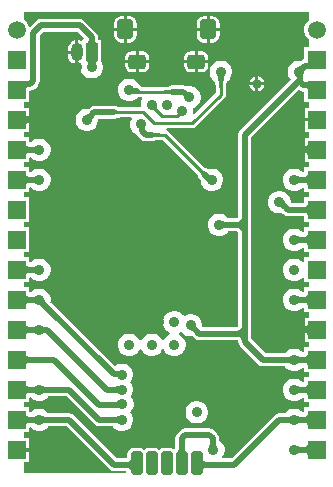
<source format=gbl>
G04*
G04 #@! TF.GenerationSoftware,Altium Limited,Altium Designer,21.2.2 (38)*
G04*
G04 Layer_Physical_Order=2*
G04 Layer_Color=16711680*
%FSLAX25Y25*%
%MOIN*%
G70*
G04*
G04 #@! TF.SameCoordinates,0000E620-6A5C-4488-86E2-F855693774CC*
G04*
G04*
G04 #@! TF.FilePolarity,Positive*
G04*
G01*
G75*
%ADD12C,0.00984*%
%ADD18C,0.03150*%
G04:AMPARAMS|DCode=32|XSize=39.37mil|YSize=78.74mil|CornerRadius=9.84mil|HoleSize=0mil|Usage=FLASHONLY|Rotation=0.000|XOffset=0mil|YOffset=0mil|HoleType=Round|Shape=RoundedRectangle|*
%AMROUNDEDRECTD32*
21,1,0.03937,0.05906,0,0,0.0*
21,1,0.01968,0.07874,0,0,0.0*
1,1,0.01968,0.00984,-0.02953*
1,1,0.01968,-0.00984,-0.02953*
1,1,0.01968,-0.00984,0.02953*
1,1,0.01968,0.00984,0.02953*
%
%ADD32ROUNDEDRECTD32*%
%ADD72C,0.01968*%
%ADD73C,0.05906*%
%ADD74R,0.05906X0.05906*%
%ADD75R,0.05906X0.05906*%
%ADD76O,0.03937X0.06063*%
%ADD77R,0.03937X0.06000*%
G04:AMPARAMS|DCode=78|XSize=66.93mil|YSize=55.12mil|CornerRadius=13.78mil|HoleSize=0mil|Usage=FLASHONLY|Rotation=270.000|XOffset=0mil|YOffset=0mil|HoleType=Round|Shape=RoundedRectangle|*
%AMROUNDEDRECTD78*
21,1,0.06693,0.02756,0,0,270.0*
21,1,0.03937,0.05512,0,0,270.0*
1,1,0.02756,-0.01378,-0.01968*
1,1,0.02756,-0.01378,0.01968*
1,1,0.02756,0.01378,0.01968*
1,1,0.02756,0.01378,-0.01968*
%
%ADD78ROUNDEDRECTD78*%
G04:AMPARAMS|DCode=79|XSize=60mil|YSize=49.21mil|CornerRadius=12.3mil|HoleSize=0mil|Usage=FLASHONLY|Rotation=180.000|XOffset=0mil|YOffset=0mil|HoleType=Round|Shape=RoundedRectangle|*
%AMROUNDEDRECTD79*
21,1,0.06000,0.02461,0,0,180.0*
21,1,0.03539,0.04921,0,0,180.0*
1,1,0.02461,-0.01770,0.01230*
1,1,0.02461,0.01770,0.01230*
1,1,0.02461,0.01770,-0.01230*
1,1,0.02461,-0.01770,-0.01230*
%
%ADD79ROUNDEDRECTD79*%
%ADD80C,0.03543*%
G36*
X47500Y133330D02*
X47462Y133308D01*
X46692Y132538D01*
X46148Y131596D01*
X45866Y130544D01*
Y129456D01*
X46148Y128404D01*
X46692Y127462D01*
X47462Y126692D01*
X47500Y126670D01*
Y124134D01*
X45866D01*
Y120206D01*
X45187Y120071D01*
X44634Y119702D01*
X44492Y119740D01*
X43508D01*
X42556Y119485D01*
X41704Y118993D01*
X41007Y118297D01*
X40515Y117444D01*
X40260Y116492D01*
Y115508D01*
X40515Y114556D01*
X41007Y113704D01*
X41294Y113417D01*
X38439Y110561D01*
X38439Y110561D01*
X24439Y96561D01*
X23960Y95845D01*
X23792Y95000D01*
Y67686D01*
X23766Y67541D01*
X23729Y67428D01*
X23695Y67366D01*
X23668Y67332D01*
X23634Y67305D01*
X23572Y67271D01*
X23459Y67234D01*
X23313Y67208D01*
X20544D01*
X20493Y67296D01*
X19796Y67993D01*
X18944Y68485D01*
X17992Y68740D01*
X17008D01*
X16056Y68485D01*
X15203Y67993D01*
X14507Y67296D01*
X14015Y66444D01*
X13760Y65492D01*
Y64508D01*
X14015Y63556D01*
X14507Y62704D01*
X15203Y62007D01*
X16056Y61515D01*
X17008Y61260D01*
X17992D01*
X18944Y61515D01*
X19796Y62007D01*
X20493Y62704D01*
X20544Y62792D01*
X23313D01*
X23459Y62766D01*
X23572Y62729D01*
X23634Y62695D01*
X23668Y62668D01*
X23695Y62634D01*
X23729Y62572D01*
X23766Y62459D01*
X23792Y62313D01*
Y31379D01*
X23766Y31234D01*
X23729Y31121D01*
X23695Y31059D01*
X23668Y31025D01*
X23634Y30997D01*
X23572Y30964D01*
X23459Y30926D01*
X23314Y30901D01*
X12220D01*
X11740Y31008D01*
Y31992D01*
X11485Y32944D01*
X10993Y33797D01*
X10296Y34493D01*
X9444Y34985D01*
X8492Y35240D01*
X7508D01*
X6556Y34985D01*
X6110Y34728D01*
X5493Y34797D01*
X4797Y35493D01*
X3944Y35985D01*
X2992Y36240D01*
X2008D01*
X1056Y35985D01*
X203Y35493D01*
X-493Y34797D01*
X-985Y33944D01*
X-1240Y32992D01*
Y32008D01*
X-985Y31056D01*
X-493Y30204D01*
X203Y29507D01*
X1056Y29015D01*
X1078Y29009D01*
Y28491D01*
X1056Y28485D01*
X203Y27993D01*
X-493Y27297D01*
X-985Y26444D01*
X-991Y26422D01*
X-1509D01*
X-1515Y26444D01*
X-2007Y27297D01*
X-2703Y27993D01*
X-3556Y28485D01*
X-4508Y28740D01*
X-5492D01*
X-6444Y28485D01*
X-7297Y27993D01*
X-7993Y27297D01*
X-8485Y26444D01*
X-8491Y26422D01*
X-9009D01*
X-9015Y26444D01*
X-9507Y27297D01*
X-10204Y27993D01*
X-11056Y28485D01*
X-12008Y28740D01*
X-12992D01*
X-13944Y28485D01*
X-14796Y27993D01*
X-15493Y27297D01*
X-15985Y26444D01*
X-16240Y25492D01*
Y24508D01*
X-15985Y23556D01*
X-15493Y22704D01*
X-14796Y22007D01*
X-13944Y21515D01*
X-12992Y21260D01*
X-12008D01*
X-11056Y21515D01*
X-10204Y22007D01*
X-9507Y22704D01*
X-9015Y23556D01*
X-9009Y23578D01*
X-8491D01*
X-8485Y23556D01*
X-7993Y22704D01*
X-7297Y22007D01*
X-6444Y21515D01*
X-5492Y21260D01*
X-4508D01*
X-3556Y21515D01*
X-2703Y22007D01*
X-2007Y22704D01*
X-1515Y23556D01*
X-1509Y23578D01*
X-991D01*
X-985Y23556D01*
X-493Y22704D01*
X203Y22007D01*
X1056Y21515D01*
X2008Y21260D01*
X2992D01*
X3944Y21515D01*
X4797Y22007D01*
X5493Y22704D01*
X5985Y23556D01*
X6240Y24508D01*
Y25492D01*
X5985Y26444D01*
X5493Y27297D01*
X4797Y27993D01*
X3944Y28485D01*
X3921Y28491D01*
Y29009D01*
X3944Y29015D01*
X4390Y29272D01*
X5007Y29204D01*
X5703Y28507D01*
X6556Y28015D01*
X7508Y27760D01*
X8492D01*
X8591Y27786D01*
X9246Y27132D01*
X9962Y26653D01*
X10807Y26485D01*
X23344D01*
X23496Y26462D01*
X23626Y26424D01*
X23699Y26390D01*
X23729Y26369D01*
X23741Y26356D01*
X23755Y26333D01*
X23777Y26277D01*
X23792Y26201D01*
Y26000D01*
X23826Y25828D01*
X23826Y25815D01*
X23833Y25796D01*
X23960Y25155D01*
X24439Y24439D01*
X30439Y18439D01*
X31155Y17960D01*
X32000Y17792D01*
X39456D01*
X39507Y17704D01*
X40203Y17007D01*
X41056Y16515D01*
X42008Y16260D01*
X42992D01*
X43944Y16515D01*
X44796Y17007D01*
X45366Y17577D01*
X45866Y17398D01*
Y15866D01*
X47500D01*
Y14134D01*
X45866D01*
Y12602D01*
X45366Y12423D01*
X44796Y12993D01*
X43944Y13485D01*
X42992Y13740D01*
X42008D01*
X41056Y13485D01*
X40203Y12993D01*
X39507Y12297D01*
X39015Y11444D01*
X38760Y10492D01*
Y9508D01*
X39015Y8556D01*
X39507Y7704D01*
X40203Y7007D01*
X41056Y6515D01*
X42008Y6260D01*
X42992D01*
X43944Y6515D01*
X44796Y7007D01*
X45366Y7577D01*
X45866Y7398D01*
Y5866D01*
X47500D01*
Y4134D01*
X45866D01*
Y2602D01*
X45366Y2423D01*
X44796Y2993D01*
X43944Y3485D01*
X42992Y3740D01*
X42008D01*
X41056Y3485D01*
X40203Y2993D01*
X39507Y2296D01*
X39456Y2208D01*
X37500D01*
X36655Y2040D01*
X35939Y1561D01*
X21586Y-12792D01*
X18650D01*
X18459Y-12330D01*
X18493Y-12297D01*
X18985Y-11444D01*
X19240Y-10492D01*
Y-9508D01*
X18985Y-8556D01*
X18493Y-7704D01*
X17797Y-7007D01*
X17483Y-6826D01*
Y-6153D01*
X17315Y-5308D01*
X16837Y-4592D01*
X15684Y-3439D01*
X14967Y-2960D01*
X14122Y-2792D01*
X6153D01*
X5308Y-2960D01*
X4592Y-3439D01*
X3439Y-4592D01*
X2960Y-5308D01*
X2792Y-6153D01*
Y-9078D01*
X2788Y-9139D01*
X2761Y-9362D01*
X2728Y-9545D01*
X2340Y-9730D01*
X2238Y-9742D01*
X2171Y-9735D01*
X2168Y-9734D01*
X1829Y-9507D01*
X984Y-9340D01*
X-984D01*
X-1829Y-9507D01*
X-2500Y-9956D01*
X-3171Y-9507D01*
X-4016Y-9340D01*
X-5984D01*
X-6829Y-9507D01*
X-7500Y-9956D01*
X-8171Y-9507D01*
X-9016Y-9340D01*
X-10984D01*
X-11829Y-9507D01*
X-12545Y-9986D01*
X-13024Y-10702D01*
X-13192Y-11547D01*
Y-12749D01*
X-13382Y-12781D01*
X-13513Y-12792D01*
X-16586D01*
X-30939Y1561D01*
X-31655Y2040D01*
X-32500Y2208D01*
X-39456D01*
X-39507Y2296D01*
X-40203Y2993D01*
X-41056Y3485D01*
X-42008Y3740D01*
X-42992D01*
X-43944Y3485D01*
X-44796Y2993D01*
X-45366Y2423D01*
X-45866Y2602D01*
Y4134D01*
X-47500D01*
Y5866D01*
X-45866D01*
Y7398D01*
X-45366Y7577D01*
X-44796Y7007D01*
X-43944Y6515D01*
X-42992Y6260D01*
X-42008D01*
X-41056Y6515D01*
X-40203Y7007D01*
X-39507Y7704D01*
X-39456Y7792D01*
X-33415D01*
X-24061Y-1561D01*
X-23345Y-2040D01*
X-22500Y-2208D01*
X-18044D01*
X-17993Y-2296D01*
X-17297Y-2993D01*
X-16444Y-3485D01*
X-15492Y-3740D01*
X-14508D01*
X-13556Y-3485D01*
X-12704Y-2993D01*
X-12007Y-2296D01*
X-11515Y-1444D01*
X-11260Y-492D01*
Y492D01*
X-11515Y1444D01*
X-12007Y2296D01*
X-12229Y2519D01*
X-11828Y2920D01*
X-11336Y3773D01*
X-11081Y4724D01*
Y5709D01*
X-11336Y6660D01*
X-11828Y7513D01*
X-12076Y7760D01*
X-12070Y7766D01*
X-11577Y8619D01*
X-11322Y9570D01*
Y10555D01*
X-11577Y11506D01*
X-12070Y12359D01*
X-12211Y12500D01*
X-12007Y12704D01*
X-11515Y13556D01*
X-11260Y14508D01*
Y15492D01*
X-11515Y16444D01*
X-12007Y17297D01*
X-12704Y17993D01*
X-13556Y18485D01*
X-14508Y18740D01*
X-15492D01*
X-16444Y18485D01*
X-17297Y17993D01*
X-17334Y17956D01*
X-38786Y39409D01*
X-38760Y39508D01*
Y40492D01*
X-39015Y41444D01*
X-39507Y42296D01*
X-40203Y42993D01*
X-41056Y43485D01*
X-42008Y43740D01*
X-42992D01*
X-43944Y43485D01*
X-44796Y42993D01*
X-45366Y42423D01*
X-45866Y42602D01*
Y44134D01*
X-47500D01*
Y45866D01*
X-45866D01*
Y47398D01*
X-45366Y47577D01*
X-44796Y47007D01*
X-43944Y46515D01*
X-42992Y46260D01*
X-42008D01*
X-41056Y46515D01*
X-40203Y47007D01*
X-39507Y47703D01*
X-39015Y48556D01*
X-38760Y49508D01*
Y50492D01*
X-39015Y51444D01*
X-39507Y52297D01*
X-40203Y52993D01*
X-41056Y53485D01*
X-42008Y53740D01*
X-42992D01*
X-43944Y53485D01*
X-44796Y52993D01*
X-45366Y52423D01*
X-45866Y52602D01*
Y54134D01*
X-47500D01*
Y55866D01*
X-45866D01*
Y64134D01*
X-47500D01*
Y65866D01*
X-45866D01*
Y74134D01*
X-47500D01*
Y75866D01*
X-45866D01*
Y77398D01*
X-45366Y77577D01*
X-44796Y77007D01*
X-43944Y76515D01*
X-42992Y76260D01*
X-42008D01*
X-41056Y76515D01*
X-40203Y77007D01*
X-39507Y77703D01*
X-39015Y78556D01*
X-38760Y79508D01*
Y80492D01*
X-39015Y81444D01*
X-39507Y82297D01*
X-40203Y82993D01*
X-41056Y83485D01*
X-42008Y83740D01*
X-42992D01*
X-43944Y83485D01*
X-44796Y82993D01*
X-45366Y82423D01*
X-45866Y82602D01*
Y84134D01*
X-47500D01*
Y85866D01*
X-45866D01*
Y87398D01*
X-45366Y87577D01*
X-44796Y87007D01*
X-43944Y86515D01*
X-42992Y86260D01*
X-42008D01*
X-41056Y86515D01*
X-40203Y87007D01*
X-39507Y87704D01*
X-39015Y88556D01*
X-38760Y89508D01*
Y90492D01*
X-39015Y91444D01*
X-39507Y92296D01*
X-40203Y92993D01*
X-41056Y93485D01*
X-42008Y93740D01*
X-42992D01*
X-43944Y93485D01*
X-44796Y92993D01*
X-45366Y92423D01*
X-45866Y92602D01*
Y94134D01*
X-47500D01*
Y96047D01*
X-46047D01*
Y98936D01*
X-46101Y98927D01*
X-46358Y98858D01*
X-46576Y98770D01*
X-46754Y98661D01*
X-46893Y98533D01*
X-46992Y98386D01*
X-47051Y98219D01*
X-47071Y98032D01*
Y99500D01*
X-50000D01*
Y100500D01*
X-47071D01*
Y101969D01*
X-47051Y101781D01*
X-46992Y101614D01*
X-46893Y101467D01*
X-46754Y101339D01*
X-46576Y101230D01*
X-46358Y101142D01*
X-46101Y101073D01*
X-46047Y101064D01*
Y103953D01*
X-47500D01*
Y105866D01*
X-45866D01*
Y109590D01*
X-45653D01*
X-44808Y109758D01*
X-44092Y110236D01*
X-42939Y111390D01*
X-42460Y112106D01*
X-42292Y112951D01*
Y128085D01*
X-41085Y129292D01*
X-29915D01*
X-27765Y127143D01*
X-27957Y126681D01*
X-28189D01*
Y126535D01*
X-28689Y126249D01*
X-29186Y126455D01*
X-29461Y126491D01*
Y122500D01*
Y118509D01*
X-29186Y118545D01*
X-29040Y118605D01*
X-28664Y118275D01*
X-28740Y117992D01*
Y117008D01*
X-28485Y116056D01*
X-27993Y115203D01*
X-27297Y114507D01*
X-26444Y114015D01*
X-25492Y113760D01*
X-24508D01*
X-23556Y114015D01*
X-22704Y114507D01*
X-22007Y115203D01*
X-21515Y116056D01*
X-21260Y117008D01*
Y117992D01*
X-21515Y118944D01*
X-21890Y119593D01*
Y119596D01*
X-21886Y119642D01*
X-21890Y119655D01*
Y125343D01*
X-21886Y125355D01*
X-21890Y125399D01*
Y125435D01*
X-21879Y125492D01*
X-21890Y125547D01*
Y126681D01*
X-22747D01*
X-22751Y126696D01*
X-22782Y126892D01*
X-22792Y127014D01*
Y127500D01*
X-22960Y128345D01*
X-23439Y129061D01*
X-27439Y133061D01*
X-28155Y133540D01*
X-29000Y133708D01*
X-42000D01*
X-42845Y133540D01*
X-43561Y133061D01*
X-45557Y131065D01*
X-46040Y131194D01*
X-46148Y131596D01*
X-46692Y132538D01*
X-47462Y133308D01*
X-47500Y133330D01*
Y135989D01*
X47500D01*
Y133330D01*
D02*
G37*
G36*
X-24006Y127083D02*
X-23978Y126748D01*
X-23932Y126453D01*
X-23866Y126197D01*
X-23783Y125980D01*
X-23680Y125803D01*
X-23559Y125665D01*
X-23419Y125567D01*
X-23260Y125508D01*
X-23083Y125488D01*
X-26969Y125476D01*
X-26781Y125496D01*
X-26614Y125556D01*
X-26467Y125655D01*
X-26339Y125794D01*
X-26230Y125973D01*
X-26142Y126190D01*
X-26073Y126448D01*
X-26024Y126744D01*
X-25994Y127081D01*
X-25984Y127456D01*
X-24016D01*
X-24006Y127083D01*
D02*
G37*
G36*
X47059Y117059D02*
X46445Y117052D01*
X46352Y116957D01*
X46028Y116578D01*
X45949Y116467D01*
X45885Y116362D01*
X45835Y116265D01*
X45799Y116176D01*
X45778Y116093D01*
X45772Y116018D01*
X44018Y117772D01*
X44093Y117778D01*
X44176Y117799D01*
X44265Y117835D01*
X44363Y117885D01*
X44467Y117949D01*
X44578Y118028D01*
X44823Y118230D01*
X44957Y118352D01*
X45097Y118489D01*
X46031Y117555D01*
Y119016D01*
X47071Y119059D01*
X47059Y117059D01*
D02*
G37*
G36*
X-24033Y119853D02*
X-24006Y119512D01*
X-23083D01*
X-23264Y119492D01*
X-23426Y119433D01*
X-23569Y119335D01*
X-23693Y119197D01*
X-23797Y119020D01*
X-23852Y118883D01*
X-23824Y118837D01*
X-23774Y118779D01*
X-23890Y118778D01*
X-23950Y118547D01*
X-23997Y118252D01*
X-24026Y117918D01*
X-24035Y117543D01*
X-26004D01*
X-26014Y117918D01*
X-26043Y118252D01*
X-26092Y118547D01*
X-26148Y118753D01*
X-26254Y118751D01*
X-26207Y118809D01*
X-26182Y118852D01*
X-26250Y119020D01*
X-26358Y119197D01*
X-26486Y119335D01*
X-26634Y119433D01*
X-26801Y119492D01*
X-26988Y119512D01*
X-26027D01*
X-26014Y119645D01*
X-26006Y119826D01*
X-26004Y120023D01*
X-24035Y120049D01*
X-24033Y119853D01*
D02*
G37*
G36*
X45408Y114914D02*
X45383Y114847D01*
X45360Y114764D01*
X45340Y114664D01*
X45324Y114547D01*
X45299Y114265D01*
X45286Y113718D01*
X43317Y113302D01*
X43314Y113498D01*
X43288Y113841D01*
X43265Y113988D01*
X43236Y114120D01*
X43200Y114236D01*
X43158Y114337D01*
X43110Y114421D01*
X43055Y114490D01*
X42993Y114542D01*
X45437Y114964D01*
X45408Y114914D01*
D02*
G37*
G36*
X-47045Y112910D02*
X-47003Y112883D01*
X-46933Y112860D01*
X-46834Y112839D01*
X-46708Y112821D01*
X-46370Y112796D01*
X-45653Y112782D01*
Y110813D01*
X-45922Y110809D01*
X-46376Y110775D01*
X-46560Y110746D01*
X-46716Y110708D01*
X-46843Y110661D01*
X-46943Y110607D01*
X-47014Y110543D01*
X-47057Y110471D01*
X-47071Y110391D01*
X-47059Y112941D01*
X-47045Y112910D01*
D02*
G37*
G36*
X47071Y109994D02*
X47055Y110112D01*
X47006Y110217D01*
X46925Y110310D01*
X46811Y110391D01*
X46666Y110459D01*
X46488Y110515D01*
X46278Y110559D01*
X46036Y110590D01*
X45761Y110608D01*
X45454Y110615D01*
Y112583D01*
X45759Y112587D01*
X46481Y112640D01*
X46658Y112672D01*
X46802Y112712D01*
X46915Y112758D01*
X46995Y112812D01*
X47043Y112873D01*
X47059Y112941D01*
X47071Y109994D01*
D02*
G37*
G36*
X-43765Y88760D02*
X-43823Y88809D01*
X-43896Y88852D01*
X-43985Y88890D01*
X-44089Y88924D01*
X-44208Y88952D01*
X-44343Y88975D01*
X-44659Y89006D01*
X-44840Y89013D01*
X-45036Y89016D01*
Y90984D01*
X-44840Y90987D01*
X-44343Y91025D01*
X-44208Y91048D01*
X-44089Y91076D01*
X-43985Y91110D01*
X-43896Y91148D01*
X-43823Y91192D01*
X-43765Y91240D01*
Y88760D01*
D02*
G37*
G36*
X44610Y109559D02*
X45454Y109391D01*
X45866D01*
Y105866D01*
X47500D01*
Y103953D01*
X46047D01*
Y100500D01*
X50000D01*
Y99500D01*
X46047D01*
Y96047D01*
X47500D01*
Y93953D01*
X46047D01*
Y91064D01*
X46101Y91073D01*
X46358Y91142D01*
X46576Y91230D01*
X46754Y91339D01*
X46893Y91466D01*
X46992Y91614D01*
X47051Y91782D01*
X47071Y91969D01*
Y90500D01*
X50000D01*
Y89500D01*
X47071D01*
Y88032D01*
X47051Y88218D01*
X46992Y88386D01*
X46893Y88534D01*
X46754Y88661D01*
X46576Y88770D01*
X46358Y88858D01*
X46101Y88927D01*
X46047Y88936D01*
Y86047D01*
X47500D01*
Y84134D01*
X45866D01*
Y82602D01*
X45366Y82423D01*
X44796Y82993D01*
X43944Y83485D01*
X42992Y83740D01*
X42008D01*
X41056Y83485D01*
X40203Y82993D01*
X39507Y82297D01*
X39015Y81444D01*
X38760Y80492D01*
Y79508D01*
X39015Y78556D01*
X39507Y77703D01*
X40203Y77007D01*
X41056Y76515D01*
X42008Y76260D01*
X42992D01*
X43944Y76515D01*
X44796Y77007D01*
X45366Y77577D01*
X45866Y77398D01*
Y75866D01*
X47500D01*
Y74134D01*
X45866D01*
Y72257D01*
X45846Y72251D01*
X45652Y72219D01*
X45522Y72208D01*
X41341D01*
X41240Y72308D01*
Y72992D01*
X40985Y73944D01*
X40493Y74796D01*
X39797Y75493D01*
X38944Y75985D01*
X37992Y76240D01*
X37008D01*
X36056Y75985D01*
X35203Y75493D01*
X34507Y74796D01*
X34015Y73944D01*
X33760Y72992D01*
Y72008D01*
X34015Y71056D01*
X34507Y70204D01*
X35203Y69507D01*
X36056Y69015D01*
X37008Y68760D01*
X37992D01*
X38427Y68876D01*
X38865Y68439D01*
X39581Y67960D01*
X40426Y67792D01*
X45522D01*
X45652Y67781D01*
X45846Y67749D01*
X45866Y67743D01*
Y65866D01*
X47500D01*
Y64134D01*
X45866D01*
Y62602D01*
X45366Y62423D01*
X44796Y62993D01*
X43944Y63485D01*
X42992Y63740D01*
X42008D01*
X41056Y63485D01*
X40203Y62993D01*
X39507Y62296D01*
X39015Y61444D01*
X38760Y60492D01*
Y59508D01*
X39015Y58556D01*
X39507Y57704D01*
X40203Y57007D01*
X41056Y56515D01*
X42008Y56260D01*
X42992D01*
X43944Y56515D01*
X44796Y57007D01*
X45366Y57577D01*
X45866Y57398D01*
Y55866D01*
X47500D01*
Y54134D01*
X45866D01*
Y52602D01*
X45366Y52423D01*
X44796Y52993D01*
X43944Y53485D01*
X42992Y53740D01*
X42008D01*
X41056Y53485D01*
X40203Y52993D01*
X39507Y52297D01*
X39015Y51444D01*
X38760Y50492D01*
Y49508D01*
X39015Y48556D01*
X39507Y47703D01*
X40203Y47007D01*
X41056Y46515D01*
X42008Y46260D01*
X42992D01*
X43944Y46515D01*
X44796Y47007D01*
X45366Y47577D01*
X45866Y47398D01*
Y45866D01*
X47500D01*
Y44134D01*
X45866D01*
Y42602D01*
X45366Y42423D01*
X44796Y42993D01*
X43944Y43485D01*
X42992Y43740D01*
X42008D01*
X41056Y43485D01*
X40203Y42993D01*
X39507Y42296D01*
X39015Y41444D01*
X38760Y40492D01*
Y39508D01*
X39015Y38556D01*
X39507Y37703D01*
X40203Y37007D01*
X41056Y36515D01*
X42008Y36260D01*
X42992D01*
X43944Y36515D01*
X44796Y37007D01*
X45366Y37577D01*
X45866Y37398D01*
Y35866D01*
X47500D01*
Y33953D01*
X46047D01*
Y31064D01*
X46101Y31073D01*
X46358Y31142D01*
X46576Y31230D01*
X46754Y31339D01*
X46893Y31466D01*
X46992Y31614D01*
X47051Y31782D01*
X47071Y31969D01*
Y30500D01*
X50000D01*
Y29500D01*
X47071D01*
Y28032D01*
X47051Y28218D01*
X46992Y28386D01*
X46893Y28534D01*
X46754Y28661D01*
X46576Y28770D01*
X46358Y28858D01*
X46101Y28927D01*
X46047Y28936D01*
Y26047D01*
X47500D01*
Y24134D01*
X45866D01*
Y22602D01*
X45366Y22423D01*
X44796Y22993D01*
X43944Y23485D01*
X42992Y23740D01*
X42008D01*
X41056Y23485D01*
X40203Y22993D01*
X39507Y22297D01*
X39456Y22208D01*
X32915D01*
X28208Y26915D01*
Y28693D01*
Y65000D01*
Y94086D01*
X41561Y107439D01*
X41561Y107439D01*
X44053Y109931D01*
X44610Y109559D01*
D02*
G37*
G36*
X-47051Y91782D02*
X-46992Y91614D01*
X-46893Y91466D01*
X-46754Y91339D01*
X-46576Y91230D01*
X-46358Y91142D01*
X-46101Y91073D01*
X-45804Y91024D01*
X-45467Y90994D01*
X-45091Y90984D01*
Y89016D01*
X-45467Y89006D01*
X-45804Y88976D01*
X-46101Y88927D01*
X-46358Y88858D01*
X-46576Y88770D01*
X-46754Y88661D01*
X-46893Y88534D01*
X-46992Y88386D01*
X-47051Y88218D01*
X-47071Y88032D01*
Y91969D01*
X-47051Y91782D01*
D02*
G37*
G36*
X43823Y81191D02*
X43896Y81148D01*
X43985Y81110D01*
X44089Y81076D01*
X44208Y81048D01*
X44343Y81025D01*
X44659Y80994D01*
X44840Y80987D01*
X45036Y80984D01*
Y79016D01*
X44840Y79013D01*
X44343Y78975D01*
X44208Y78952D01*
X44089Y78924D01*
X43985Y78890D01*
X43896Y78852D01*
X43823Y78808D01*
X43765Y78760D01*
Y81240D01*
X43823Y81191D01*
D02*
G37*
G36*
X-43765Y78760D02*
X-43823Y78808D01*
X-43896Y78852D01*
X-43985Y78890D01*
X-44089Y78924D01*
X-44208Y78952D01*
X-44343Y78975D01*
X-44659Y79005D01*
X-44840Y79013D01*
X-45036Y79016D01*
Y80984D01*
X-44840Y80987D01*
X-44343Y81025D01*
X-44208Y81048D01*
X-44089Y81076D01*
X-43985Y81110D01*
X-43896Y81148D01*
X-43823Y81191D01*
X-43765Y81240D01*
Y78760D01*
D02*
G37*
G36*
X47071Y78031D02*
X47051Y78219D01*
X46992Y78386D01*
X46893Y78534D01*
X46754Y78661D01*
X46576Y78770D01*
X46358Y78858D01*
X46101Y78927D01*
X45804Y78976D01*
X45467Y79006D01*
X45091Y79016D01*
Y80984D01*
X45467Y80994D01*
X45804Y81024D01*
X46101Y81073D01*
X46358Y81142D01*
X46576Y81230D01*
X46754Y81339D01*
X46893Y81467D01*
X46992Y81614D01*
X47051Y81782D01*
X47071Y81968D01*
Y78031D01*
D02*
G37*
G36*
X-47051Y81782D02*
X-46992Y81614D01*
X-46893Y81467D01*
X-46754Y81339D01*
X-46576Y81230D01*
X-46358Y81142D01*
X-46101Y81073D01*
X-45804Y81024D01*
X-45467Y80994D01*
X-45091Y80984D01*
Y79016D01*
X-45467Y79006D01*
X-45804Y78976D01*
X-46101Y78927D01*
X-46358Y78858D01*
X-46576Y78770D01*
X-46754Y78661D01*
X-46893Y78534D01*
X-46992Y78386D01*
X-47051Y78219D01*
X-47071Y78031D01*
Y81968D01*
X-47051Y81782D01*
D02*
G37*
G36*
X39264Y72728D02*
X39293Y72662D01*
X39336Y72587D01*
X39393Y72503D01*
X39463Y72409D01*
X39645Y72192D01*
X40023Y71795D01*
X38925Y70109D01*
X38784Y70245D01*
X38523Y70470D01*
X38403Y70558D01*
X38289Y70631D01*
X38182Y70688D01*
X38081Y70729D01*
X37987Y70754D01*
X37900Y70763D01*
X37819Y70757D01*
X39249Y72784D01*
X39264Y72728D01*
D02*
G37*
G36*
X47071Y68032D02*
X47051Y68218D01*
X46992Y68386D01*
X46893Y68533D01*
X46754Y68661D01*
X46576Y68770D01*
X46358Y68858D01*
X46101Y68927D01*
X45804Y68976D01*
X45467Y69006D01*
X45091Y69016D01*
Y70984D01*
X45467Y70994D01*
X45804Y71024D01*
X46101Y71073D01*
X46358Y71142D01*
X46576Y71230D01*
X46754Y71339D01*
X46893Y71466D01*
X46992Y71614D01*
X47051Y71781D01*
X47071Y71969D01*
Y68032D01*
D02*
G37*
G36*
X18823Y66192D02*
X18896Y66148D01*
X18985Y66110D01*
X19089Y66076D01*
X19208Y66048D01*
X19343Y66025D01*
X19659Y65995D01*
X19840Y65987D01*
X20036Y65984D01*
Y64016D01*
X19840Y64013D01*
X19343Y63975D01*
X19208Y63952D01*
X19089Y63924D01*
X18985Y63890D01*
X18896Y63852D01*
X18823Y63809D01*
X18765Y63760D01*
Y66240D01*
X18823Y66192D01*
D02*
G37*
G36*
X26984Y65000D02*
X25016Y62047D01*
X24996Y62421D01*
X24937Y62756D01*
X24839Y63051D01*
X24701Y63307D01*
X24524Y63524D01*
X24307Y63701D01*
X24051Y63839D01*
X23756Y63937D01*
X23421Y63996D01*
X23047Y64016D01*
Y65984D01*
X23421Y66004D01*
X23756Y66063D01*
X24051Y66161D01*
X24307Y66299D01*
X24524Y66476D01*
X24701Y66693D01*
X24839Y66949D01*
X24937Y67244D01*
X24996Y67579D01*
X25016Y67953D01*
X26984Y65000D01*
D02*
G37*
G36*
X43823Y61191D02*
X43896Y61148D01*
X43985Y61110D01*
X44089Y61076D01*
X44208Y61048D01*
X44343Y61025D01*
X44659Y60994D01*
X44840Y60987D01*
X45036Y60984D01*
Y59016D01*
X44840Y59013D01*
X44343Y58975D01*
X44208Y58952D01*
X44089Y58924D01*
X43985Y58890D01*
X43896Y58852D01*
X43823Y58808D01*
X43765Y58760D01*
Y61240D01*
X43823Y61191D01*
D02*
G37*
G36*
X47071Y58031D02*
X47051Y58218D01*
X46992Y58386D01*
X46893Y58534D01*
X46754Y58661D01*
X46576Y58770D01*
X46358Y58858D01*
X46101Y58927D01*
X45804Y58976D01*
X45467Y59006D01*
X45091Y59016D01*
Y60984D01*
X45467Y60994D01*
X45804Y61024D01*
X46101Y61073D01*
X46358Y61142D01*
X46576Y61230D01*
X46754Y61339D01*
X46893Y61466D01*
X46992Y61614D01*
X47051Y61782D01*
X47071Y61968D01*
Y58031D01*
D02*
G37*
G36*
X-43765Y48760D02*
X-43823Y48809D01*
X-43896Y48852D01*
X-43985Y48890D01*
X-44089Y48924D01*
X-44208Y48952D01*
X-44343Y48975D01*
X-44659Y49005D01*
X-44840Y49013D01*
X-45036Y49016D01*
Y50984D01*
X-44840Y50987D01*
X-44343Y51025D01*
X-44208Y51048D01*
X-44089Y51076D01*
X-43985Y51110D01*
X-43896Y51148D01*
X-43823Y51192D01*
X-43765Y51240D01*
Y48760D01*
D02*
G37*
G36*
X-47051Y51781D02*
X-46992Y51614D01*
X-46893Y51467D01*
X-46754Y51339D01*
X-46576Y51230D01*
X-46358Y51142D01*
X-46101Y51073D01*
X-45804Y51024D01*
X-45467Y50994D01*
X-45091Y50984D01*
Y49016D01*
X-45467Y49006D01*
X-45804Y48976D01*
X-46101Y48927D01*
X-46358Y48858D01*
X-46576Y48770D01*
X-46754Y48661D01*
X-46893Y48533D01*
X-46992Y48386D01*
X-47051Y48219D01*
X-47071Y48031D01*
Y51968D01*
X-47051Y51781D01*
D02*
G37*
G36*
X43823Y41192D02*
X43896Y41148D01*
X43985Y41110D01*
X44089Y41076D01*
X44208Y41048D01*
X44343Y41025D01*
X44659Y40995D01*
X44840Y40987D01*
X45036Y40984D01*
Y39016D01*
X44840Y39013D01*
X44343Y38975D01*
X44208Y38952D01*
X44089Y38924D01*
X43985Y38890D01*
X43896Y38852D01*
X43823Y38809D01*
X43765Y38760D01*
Y41240D01*
X43823Y41192D01*
D02*
G37*
G36*
X-43765Y38760D02*
X-43823Y38809D01*
X-43896Y38852D01*
X-43985Y38890D01*
X-44089Y38924D01*
X-44208Y38952D01*
X-44343Y38975D01*
X-44659Y39006D01*
X-44840Y39013D01*
X-45036Y39016D01*
Y40984D01*
X-44840Y40987D01*
X-44343Y41025D01*
X-44208Y41048D01*
X-44089Y41076D01*
X-43985Y41110D01*
X-43896Y41148D01*
X-43823Y41192D01*
X-43765Y41240D01*
Y38760D01*
D02*
G37*
G36*
X47071Y38032D02*
X47051Y38219D01*
X46992Y38386D01*
X46893Y38533D01*
X46754Y38661D01*
X46576Y38770D01*
X46358Y38858D01*
X46101Y38927D01*
X45804Y38976D01*
X45467Y39006D01*
X45091Y39016D01*
Y40984D01*
X45467Y40994D01*
X45804Y41024D01*
X46101Y41073D01*
X46358Y41142D01*
X46576Y41230D01*
X46754Y41339D01*
X46893Y41467D01*
X46992Y41614D01*
X47051Y41781D01*
X47071Y41969D01*
Y38032D01*
D02*
G37*
G36*
X-47051Y41781D02*
X-46992Y41614D01*
X-46893Y41467D01*
X-46754Y41339D01*
X-46576Y41230D01*
X-46358Y41142D01*
X-46101Y41073D01*
X-45804Y41024D01*
X-45467Y40994D01*
X-45091Y40984D01*
Y39016D01*
X-45467Y39006D01*
X-45804Y38976D01*
X-46101Y38927D01*
X-46358Y38858D01*
X-46576Y38770D01*
X-46754Y38661D01*
X-46893Y38533D01*
X-46992Y38386D01*
X-47051Y38219D01*
X-47071Y38032D01*
Y41969D01*
X-47051Y41781D01*
D02*
G37*
G36*
X-40722Y39907D02*
X-40701Y39824D01*
X-40665Y39735D01*
X-40615Y39638D01*
X-40551Y39533D01*
X-40472Y39422D01*
X-40270Y39177D01*
X-40148Y39043D01*
X-40011Y38903D01*
X-41403Y37511D01*
X-41543Y37648D01*
X-41922Y37972D01*
X-42033Y38051D01*
X-42138Y38115D01*
X-42235Y38165D01*
X-42324Y38201D01*
X-42407Y38222D01*
X-42482Y38228D01*
X-40728Y39982D01*
X-40722Y39907D01*
D02*
G37*
G36*
X9778Y31407D02*
X9799Y31324D01*
X9835Y31235D01*
X9885Y31137D01*
X9949Y31033D01*
X10028Y30922D01*
X10230Y30677D01*
X10352Y30543D01*
X10489Y30403D01*
X9097Y29011D01*
X8957Y29148D01*
X8578Y29472D01*
X8467Y29551D01*
X8362Y29615D01*
X8265Y29665D01*
X8176Y29701D01*
X8093Y29722D01*
X8018Y29728D01*
X9772Y31482D01*
X9778Y31407D01*
D02*
G37*
G36*
X-40956Y30888D02*
X-40921Y30882D01*
X-40865Y30878D01*
X-40433Y30865D01*
X-39889Y30862D01*
X-40053Y28894D01*
X-41108Y28904D01*
X-40970Y30894D01*
X-40956Y30888D01*
D02*
G37*
G36*
X-43765Y28760D02*
X-43823Y28809D01*
X-43896Y28852D01*
X-43985Y28890D01*
X-44089Y28924D01*
X-44208Y28952D01*
X-44343Y28975D01*
X-44659Y29006D01*
X-44840Y29013D01*
X-45036Y29016D01*
Y30984D01*
X-44840Y30987D01*
X-44343Y31025D01*
X-44208Y31048D01*
X-44089Y31076D01*
X-43985Y31110D01*
X-43896Y31148D01*
X-43823Y31192D01*
X-43765Y31240D01*
Y28760D01*
D02*
G37*
G36*
X-47051Y31782D02*
X-46992Y31614D01*
X-46893Y31466D01*
X-46754Y31339D01*
X-46576Y31230D01*
X-46358Y31142D01*
X-46101Y31073D01*
X-45804Y31024D01*
X-45467Y30994D01*
X-45091Y30984D01*
Y29016D01*
X-45467Y29006D01*
X-45804Y28976D01*
X-46101Y28927D01*
X-46358Y28858D01*
X-46576Y28770D01*
X-46754Y28661D01*
X-46893Y28534D01*
X-46992Y28386D01*
X-47051Y28218D01*
X-47071Y28032D01*
Y31969D01*
X-47051Y31782D01*
D02*
G37*
G36*
X26984Y28693D02*
X25016Y26000D01*
X24996Y26325D01*
X24937Y26615D01*
X24839Y26871D01*
X24701Y27093D01*
X24524Y27281D01*
X24307Y27435D01*
X24051Y27555D01*
X23756Y27640D01*
X23421Y27692D01*
X23047Y27709D01*
Y29677D01*
X23421Y29697D01*
X23756Y29756D01*
X24051Y29854D01*
X24307Y29992D01*
X24524Y30169D01*
X24701Y30386D01*
X24839Y30642D01*
X24937Y30937D01*
X24996Y31271D01*
X25016Y31646D01*
X26984Y28693D01*
D02*
G37*
G36*
X43823Y21192D02*
X43896Y21148D01*
X43985Y21110D01*
X44089Y21076D01*
X44208Y21048D01*
X44343Y21025D01*
X44659Y20994D01*
X44840Y20987D01*
X45036Y20984D01*
Y19016D01*
X44840Y19013D01*
X44343Y18975D01*
X44208Y18952D01*
X44089Y18924D01*
X43985Y18890D01*
X43896Y18852D01*
X43823Y18809D01*
X43765Y18760D01*
Y21240D01*
X43823Y21192D01*
D02*
G37*
G36*
X41235Y18760D02*
X41177Y18809D01*
X41104Y18852D01*
X41015Y18890D01*
X40911Y18924D01*
X40792Y18952D01*
X40657Y18975D01*
X40341Y19005D01*
X40160Y19013D01*
X39964Y19016D01*
Y20984D01*
X40160Y20987D01*
X40657Y21025D01*
X40792Y21048D01*
X40911Y21076D01*
X41015Y21110D01*
X41104Y21148D01*
X41177Y21192D01*
X41235Y21240D01*
Y18760D01*
D02*
G37*
G36*
X47071Y18032D02*
X47051Y18218D01*
X46992Y18386D01*
X46893Y18533D01*
X46754Y18661D01*
X46576Y18770D01*
X46358Y18858D01*
X46101Y18927D01*
X45804Y18976D01*
X45467Y19006D01*
X45091Y19016D01*
Y20984D01*
X45467Y20994D01*
X45804Y21024D01*
X46101Y21073D01*
X46358Y21142D01*
X46576Y21230D01*
X46754Y21339D01*
X46893Y21466D01*
X46992Y21614D01*
X47051Y21781D01*
X47071Y21969D01*
Y18032D01*
D02*
G37*
G36*
X-47051Y21781D02*
X-46992Y21614D01*
X-46893Y21466D01*
X-46754Y21339D01*
X-46576Y21230D01*
X-46358Y21142D01*
X-46101Y21073D01*
X-45804Y21024D01*
X-45467Y20994D01*
X-45091Y20984D01*
Y19016D01*
X-45467Y19006D01*
X-45804Y18976D01*
X-46101Y18927D01*
X-46358Y18858D01*
X-46576Y18770D01*
X-46754Y18661D01*
X-46893Y18533D01*
X-46992Y18386D01*
X-47051Y18218D01*
X-47071Y18032D01*
Y21969D01*
X-47051Y21781D01*
D02*
G37*
G36*
X-16392Y16096D02*
X-16530Y14106D01*
X-16544Y14112D01*
X-16579Y14118D01*
X-16635Y14122D01*
X-17067Y14135D01*
X-17611Y14138D01*
X-17447Y16106D01*
X-16392Y16096D01*
D02*
G37*
G36*
X-16328Y8822D02*
X-16386Y8871D01*
X-16459Y8914D01*
X-16547Y8953D01*
X-16651Y8986D01*
X-16771Y9014D01*
X-16906Y9037D01*
X-17221Y9068D01*
X-17402Y9076D01*
X-17598Y9078D01*
Y11047D01*
X-17402Y11049D01*
X-16906Y11088D01*
X-16771Y11111D01*
X-16651Y11139D01*
X-16547Y11172D01*
X-16459Y11210D01*
X-16386Y11254D01*
X-16328Y11303D01*
Y8822D01*
D02*
G37*
G36*
X43823Y11191D02*
X43896Y11148D01*
X43985Y11110D01*
X44089Y11076D01*
X44208Y11048D01*
X44343Y11025D01*
X44659Y10994D01*
X44840Y10987D01*
X45036Y10984D01*
Y9016D01*
X44840Y9013D01*
X44343Y8975D01*
X44208Y8952D01*
X44089Y8924D01*
X43985Y8890D01*
X43896Y8852D01*
X43823Y8809D01*
X43765Y8760D01*
Y11240D01*
X43823Y11191D01*
D02*
G37*
G36*
X-41177D02*
X-41104Y11148D01*
X-41015Y11110D01*
X-40911Y11076D01*
X-40792Y11048D01*
X-40657Y11025D01*
X-40341Y10994D01*
X-40160Y10987D01*
X-39964Y10984D01*
Y9016D01*
X-40160Y9013D01*
X-40657Y8975D01*
X-40792Y8952D01*
X-40911Y8924D01*
X-41015Y8890D01*
X-41104Y8852D01*
X-41177Y8809D01*
X-41235Y8760D01*
Y11240D01*
X-41177Y11191D01*
D02*
G37*
G36*
X-43765Y8760D02*
X-43823Y8809D01*
X-43896Y8852D01*
X-43985Y8890D01*
X-44089Y8924D01*
X-44208Y8952D01*
X-44343Y8975D01*
X-44659Y9005D01*
X-44840Y9013D01*
X-45036Y9016D01*
Y10984D01*
X-44840Y10987D01*
X-44343Y11025D01*
X-44208Y11048D01*
X-44089Y11076D01*
X-43985Y11110D01*
X-43896Y11148D01*
X-43823Y11191D01*
X-43765Y11240D01*
Y8760D01*
D02*
G37*
G36*
X47071Y8032D02*
X47051Y8219D01*
X46992Y8386D01*
X46893Y8534D01*
X46754Y8661D01*
X46576Y8770D01*
X46358Y8858D01*
X46101Y8927D01*
X45804Y8976D01*
X45467Y9006D01*
X45091Y9016D01*
Y10984D01*
X45467Y10994D01*
X45804Y11024D01*
X46101Y11073D01*
X46358Y11142D01*
X46576Y11230D01*
X46754Y11339D01*
X46893Y11467D01*
X46992Y11614D01*
X47051Y11782D01*
X47071Y11969D01*
Y8032D01*
D02*
G37*
G36*
X-47051Y11782D02*
X-46992Y11614D01*
X-46893Y11467D01*
X-46754Y11339D01*
X-46576Y11230D01*
X-46358Y11142D01*
X-46101Y11073D01*
X-45804Y11024D01*
X-45467Y10994D01*
X-45091Y10984D01*
Y9016D01*
X-45467Y9006D01*
X-45804Y8976D01*
X-46101Y8927D01*
X-46358Y8858D01*
X-46576Y8770D01*
X-46754Y8661D01*
X-46893Y8534D01*
X-46992Y8386D01*
X-47051Y8219D01*
X-47071Y8032D01*
Y11969D01*
X-47051Y11782D01*
D02*
G37*
G36*
X-15925Y3831D02*
X-15980Y3866D01*
X-16050Y3898D01*
X-16136Y3925D01*
X-16239Y3949D01*
X-16357Y3969D01*
X-16641Y3999D01*
X-16989Y4014D01*
X-17187Y4016D01*
X-17481Y5984D01*
X-17285Y5987D01*
X-16941Y6012D01*
X-16792Y6034D01*
X-16659Y6061D01*
X-16542Y6095D01*
X-16440Y6135D01*
X-16354Y6182D01*
X-16283Y6234D01*
X-16228Y6293D01*
X-15925Y3831D01*
D02*
G37*
G36*
X43823Y1192D02*
X43896Y1148D01*
X43985Y1110D01*
X44089Y1076D01*
X44208Y1048D01*
X44343Y1025D01*
X44659Y994D01*
X44840Y987D01*
X45036Y984D01*
Y-984D01*
X44840Y-987D01*
X44343Y-1025D01*
X44208Y-1048D01*
X44089Y-1076D01*
X43985Y-1110D01*
X43896Y-1148D01*
X43823Y-1192D01*
X43765Y-1240D01*
Y1240D01*
X43823Y1192D01*
D02*
G37*
G36*
X41235Y-1240D02*
X41177Y-1192D01*
X41104Y-1148D01*
X41015Y-1110D01*
X40911Y-1076D01*
X40792Y-1048D01*
X40657Y-1025D01*
X40341Y-994D01*
X40160Y-987D01*
X39964Y-984D01*
Y984D01*
X40160Y987D01*
X40657Y1025D01*
X40792Y1048D01*
X40911Y1076D01*
X41015Y1110D01*
X41104Y1148D01*
X41177Y1192D01*
X41235Y1240D01*
Y-1240D01*
D02*
G37*
G36*
X-16265D02*
X-16323Y-1192D01*
X-16396Y-1148D01*
X-16485Y-1110D01*
X-16589Y-1076D01*
X-16708Y-1048D01*
X-16843Y-1025D01*
X-17159Y-994D01*
X-17340Y-987D01*
X-17536Y-984D01*
Y984D01*
X-17340Y987D01*
X-16843Y1025D01*
X-16708Y1048D01*
X-16589Y1076D01*
X-16485Y1110D01*
X-16396Y1148D01*
X-16323Y1192D01*
X-16265Y1240D01*
Y-1240D01*
D02*
G37*
G36*
X-41177Y1192D02*
X-41104Y1148D01*
X-41015Y1110D01*
X-40911Y1076D01*
X-40792Y1048D01*
X-40657Y1025D01*
X-40341Y994D01*
X-40160Y987D01*
X-39964Y984D01*
Y-984D01*
X-40160Y-987D01*
X-40657Y-1025D01*
X-40792Y-1048D01*
X-40911Y-1076D01*
X-41015Y-1110D01*
X-41104Y-1148D01*
X-41177Y-1192D01*
X-41235Y-1240D01*
Y1240D01*
X-41177Y1192D01*
D02*
G37*
G36*
X-43765Y-1240D02*
X-43823Y-1192D01*
X-43896Y-1148D01*
X-43985Y-1110D01*
X-44089Y-1076D01*
X-44208Y-1048D01*
X-44343Y-1025D01*
X-44659Y-994D01*
X-44840Y-987D01*
X-45036Y-984D01*
Y984D01*
X-44840Y987D01*
X-44343Y1025D01*
X-44208Y1048D01*
X-44089Y1076D01*
X-43985Y1110D01*
X-43896Y1148D01*
X-43823Y1192D01*
X-43765Y1240D01*
Y-1240D01*
D02*
G37*
G36*
X47071Y-1969D02*
X47052Y-1781D01*
X46992Y-1614D01*
X46893Y-1467D01*
X46754Y-1339D01*
X46576Y-1230D01*
X46358Y-1142D01*
X46101Y-1073D01*
X45804Y-1024D01*
X45467Y-994D01*
X45091Y-984D01*
Y984D01*
X45467Y994D01*
X45804Y1024D01*
X46101Y1073D01*
X46358Y1142D01*
X46576Y1230D01*
X46754Y1339D01*
X46893Y1467D01*
X46992Y1614D01*
X47052Y1781D01*
X47071Y1969D01*
Y-1969D01*
D02*
G37*
G36*
X-47051Y1781D02*
X-46992Y1614D01*
X-46893Y1467D01*
X-46754Y1339D01*
X-46576Y1230D01*
X-46358Y1142D01*
X-46101Y1073D01*
X-45804Y1024D01*
X-45467Y994D01*
X-45091Y984D01*
Y-984D01*
X-45467Y-994D01*
X-45804Y-1024D01*
X-46101Y-1073D01*
X-46358Y-1142D01*
X-46576Y-1230D01*
X-46754Y-1339D01*
X-46893Y-1467D01*
X-46992Y-1614D01*
X-47051Y-1781D01*
X-47071Y-1969D01*
Y1969D01*
X-47051Y1781D01*
D02*
G37*
G36*
X-19061Y-16561D02*
X-18345Y-17040D01*
X-17500Y-17208D01*
X-13598D01*
X-13448Y-17401D01*
X-13448Y-17401D01*
X-13714Y-17816D01*
X-13814Y-17879D01*
X-47500D01*
Y-13953D01*
X-46047D01*
Y-10500D01*
X-46298D01*
X-46434Y-10512D01*
X-46583Y-10536D01*
X-46713Y-10571D01*
X-46822Y-10615D01*
X-46912Y-10669D01*
X-46982Y-10733D01*
X-47031Y-10807D01*
X-47061Y-10891D01*
X-47071Y-10984D01*
Y-10500D01*
X-50000D01*
Y-9500D01*
X-47071D01*
Y-9016D01*
X-47061Y-9109D01*
X-47031Y-9193D01*
X-46982Y-9267D01*
X-46912Y-9331D01*
X-46822Y-9385D01*
X-46713Y-9429D01*
X-46583Y-9464D01*
X-46434Y-9488D01*
X-46298Y-9500D01*
X-46047D01*
Y-6047D01*
X-47500D01*
Y-4134D01*
X-45866D01*
Y-2602D01*
X-45366Y-2423D01*
X-44796Y-2993D01*
X-43944Y-3485D01*
X-42992Y-3740D01*
X-42008D01*
X-41056Y-3485D01*
X-40203Y-2993D01*
X-39507Y-2296D01*
X-39456Y-2208D01*
X-33415D01*
X-19061Y-16561D01*
D02*
G37*
G36*
X16263Y-7532D02*
X16288Y-7876D01*
X16309Y-8025D01*
X16337Y-8158D01*
X16372Y-8275D01*
X16412Y-8377D01*
X16458Y-8463D01*
X16511Y-8533D01*
X16570Y-8588D01*
X14110Y-8902D01*
X14144Y-8848D01*
X14175Y-8778D01*
X14202Y-8692D01*
X14226Y-8590D01*
X14246Y-8472D01*
X14275Y-8188D01*
X14289Y-7840D01*
X14291Y-7642D01*
X16260Y-7337D01*
X16263Y-7532D01*
D02*
G37*
G36*
X5991Y-8932D02*
X6047Y-9543D01*
X6096Y-9808D01*
X6160Y-10047D01*
X6237Y-10260D01*
X6328Y-10446D01*
X6433Y-10606D01*
X6552Y-10739D01*
X6685Y-10846D01*
X3315D01*
X3448Y-10739D01*
X3567Y-10606D01*
X3672Y-10446D01*
X3763Y-10260D01*
X3841Y-10047D01*
X3904Y-9808D01*
X3953Y-9543D01*
X3988Y-9251D01*
X4009Y-8932D01*
X4016Y-8587D01*
X5984D01*
X5991Y-8932D01*
D02*
G37*
G36*
X43823Y-8809D02*
X43896Y-8852D01*
X43985Y-8890D01*
X44089Y-8924D01*
X44208Y-8952D01*
X44343Y-8975D01*
X44659Y-9005D01*
X44840Y-9013D01*
X45036Y-9016D01*
Y-10984D01*
X44840Y-10987D01*
X44343Y-11025D01*
X44208Y-11048D01*
X44089Y-11076D01*
X43985Y-11110D01*
X43896Y-11148D01*
X43823Y-11191D01*
X43765Y-11240D01*
Y-8760D01*
X43823Y-8809D01*
D02*
G37*
G36*
X47071Y-11969D02*
X47052Y-11782D01*
X46992Y-11614D01*
X46893Y-11467D01*
X46754Y-11339D01*
X46576Y-11230D01*
X46358Y-11142D01*
X46101Y-11073D01*
X45804Y-11024D01*
X45467Y-10994D01*
X45091Y-10984D01*
Y-9016D01*
X45467Y-9006D01*
X45804Y-8976D01*
X46101Y-8927D01*
X46358Y-8858D01*
X46576Y-8770D01*
X46754Y-8661D01*
X46893Y-8534D01*
X46992Y-8386D01*
X47052Y-8219D01*
X47071Y-8032D01*
Y-11969D01*
D02*
G37*
G36*
X11983Y-13218D02*
X12043Y-13386D01*
X12142Y-13533D01*
X12280Y-13661D01*
X12459Y-13770D01*
X12676Y-13858D01*
X12934Y-13927D01*
X13231Y-13976D01*
X13568Y-14006D01*
X13944Y-14016D01*
Y-15984D01*
X13568Y-15994D01*
X13231Y-16024D01*
X12934Y-16073D01*
X12676Y-16142D01*
X12459Y-16230D01*
X12280Y-16339D01*
X12142Y-16466D01*
X12043Y-16614D01*
X11983Y-16781D01*
X11964Y-16969D01*
Y-13032D01*
X11983Y-13218D01*
D02*
G37*
G36*
X-11964Y-16969D02*
X-11983Y-16781D01*
X-12043Y-16614D01*
X-12142Y-16466D01*
X-12280Y-16339D01*
X-12459Y-16230D01*
X-12676Y-16142D01*
X-12934Y-16073D01*
X-13231Y-16024D01*
X-13568Y-15994D01*
X-13944Y-15984D01*
Y-14016D01*
X-13568Y-14006D01*
X-13231Y-13976D01*
X-12934Y-13927D01*
X-12676Y-13858D01*
X-12459Y-13770D01*
X-12280Y-13661D01*
X-12142Y-13533D01*
X-12043Y-13386D01*
X-11983Y-13218D01*
X-11964Y-13032D01*
Y-16969D01*
D02*
G37*
G36*
X5658Y-15254D02*
X5623Y-15346D01*
X5592Y-15473D01*
X5566Y-15634D01*
X5525Y-16059D01*
X5494Y-16954D01*
X5492Y-17321D01*
X4508D01*
X4506Y-16954D01*
X4408Y-15473D01*
X4377Y-15346D01*
X4342Y-15254D01*
X4304Y-15195D01*
X5696D01*
X5658Y-15254D01*
D02*
G37*
%LPC*%
G36*
X-12402Y134492D02*
X-13280D01*
Y130598D01*
X-9977D01*
Y132067D01*
X-10162Y132995D01*
X-10687Y133781D01*
X-11474Y134307D01*
X-12402Y134492D01*
D02*
G37*
G36*
X-14279D02*
X-15157D01*
X-16085Y134307D01*
X-16872Y133781D01*
X-17398Y132995D01*
X-17582Y132067D01*
Y130598D01*
X-14279D01*
Y134492D01*
D02*
G37*
G36*
X15157D02*
X14279D01*
Y130598D01*
X17582D01*
Y132067D01*
X17398Y132995D01*
X16872Y133781D01*
X16085Y134307D01*
X15157Y134492D01*
D02*
G37*
G36*
X13280D02*
X12402D01*
X11474Y134307D01*
X10687Y133781D01*
X10162Y132995D01*
X9977Y132067D01*
Y130598D01*
X13280D01*
Y134492D01*
D02*
G37*
G36*
X17582Y129598D02*
X14279D01*
Y125705D01*
X15157D01*
X16085Y125890D01*
X16872Y126416D01*
X17398Y127202D01*
X17582Y128130D01*
Y129598D01*
D02*
G37*
G36*
X13280D02*
X9977D01*
Y128130D01*
X10162Y127202D01*
X10687Y126416D01*
X11474Y125890D01*
X12402Y125705D01*
X13280D01*
Y129598D01*
D02*
G37*
G36*
X-9977Y129598D02*
X-13280D01*
Y125705D01*
X-12402D01*
X-11474Y125890D01*
X-10687Y126416D01*
X-10162Y127202D01*
X-9977Y128130D01*
Y129598D01*
D02*
G37*
G36*
X-14279D02*
X-17582D01*
Y128130D01*
X-17398Y127202D01*
X-16872Y126416D01*
X-16085Y125890D01*
X-15157Y125705D01*
X-14279D01*
Y129598D01*
D02*
G37*
G36*
X-30461Y126491D02*
X-30736Y126455D01*
X-31458Y126156D01*
X-32078Y125680D01*
X-32554Y125060D01*
X-32853Y124338D01*
X-32955Y123563D01*
Y123000D01*
X-30461D01*
Y126491D01*
D02*
G37*
G36*
X-8073Y122874D02*
X-9342D01*
Y119870D01*
X-5799D01*
Y120600D01*
X-5972Y121471D01*
X-6465Y122208D01*
X-7203Y122701D01*
X-8073Y122874D01*
D02*
G37*
G36*
X11612D02*
X10343D01*
Y119870D01*
X13886D01*
Y120600D01*
X13713Y121471D01*
X13220Y122208D01*
X12482Y122701D01*
X11612Y122874D01*
D02*
G37*
G36*
X-10343D02*
X-11612D01*
X-12482Y122701D01*
X-13220Y122208D01*
X-13713Y121471D01*
X-13886Y120600D01*
Y119870D01*
X-10343D01*
Y122874D01*
D02*
G37*
G36*
X9342D02*
X8073D01*
X7203Y122701D01*
X6465Y122208D01*
X5972Y121471D01*
X5799Y120600D01*
Y119870D01*
X9342D01*
Y122874D01*
D02*
G37*
G36*
X-30461Y122000D02*
X-32955D01*
Y121437D01*
X-32853Y120662D01*
X-32554Y119940D01*
X-32078Y119320D01*
X-31458Y118844D01*
X-30736Y118545D01*
X-30461Y118509D01*
Y122000D01*
D02*
G37*
G36*
X13886Y118870D02*
X10343D01*
Y115866D01*
X11612D01*
X12482Y116039D01*
X13220Y116532D01*
X13713Y117270D01*
X13886Y118140D01*
Y118870D01*
D02*
G37*
G36*
X9342D02*
X5799D01*
Y118140D01*
X5972Y117270D01*
X6465Y116532D01*
X7203Y116039D01*
X8073Y115866D01*
X9342D01*
Y118870D01*
D02*
G37*
G36*
X-5799D02*
X-9342D01*
Y115866D01*
X-8073D01*
X-7203Y116039D01*
X-6465Y116532D01*
X-5972Y117270D01*
X-5799Y118140D01*
Y118870D01*
D02*
G37*
G36*
X-10343D02*
X-13886D01*
Y118140D01*
X-13713Y117270D01*
X-13220Y116532D01*
X-12482Y116039D01*
X-11612Y115866D01*
X-10343D01*
Y118870D01*
D02*
G37*
G36*
X30500Y114532D02*
Y112500D01*
X32532D01*
X32399Y112994D01*
X32060Y113581D01*
X31581Y114060D01*
X30994Y114399D01*
X30500Y114532D01*
D02*
G37*
G36*
X29500D02*
X29006Y114399D01*
X28419Y114060D01*
X27940Y113581D01*
X27601Y112994D01*
X27468Y112500D01*
X29500D01*
Y114532D01*
D02*
G37*
G36*
X32532Y111500D02*
X30500D01*
Y109468D01*
X30994Y109601D01*
X31581Y109940D01*
X32060Y110419D01*
X32399Y111006D01*
X32532Y111500D01*
D02*
G37*
G36*
X29500D02*
X27468D01*
X27601Y111006D01*
X27940Y110419D01*
X28419Y109940D01*
X29006Y109601D01*
X29500Y109468D01*
Y111500D01*
D02*
G37*
G36*
X18492Y119740D02*
X17508D01*
X16556Y119485D01*
X15703Y118993D01*
X15007Y118297D01*
X14515Y117444D01*
X14260Y116492D01*
Y115508D01*
X14515Y114556D01*
X15007Y113704D01*
X15703Y113007D01*
X15872Y112910D01*
X15960Y112467D01*
X16218Y112081D01*
X16294Y110932D01*
Y109113D01*
X9100Y101919D01*
X8652Y102178D01*
X8740Y102508D01*
Y103492D01*
X8623Y103929D01*
X8944Y104015D01*
X9797Y104507D01*
X10493Y105203D01*
X10985Y106056D01*
X11240Y107008D01*
Y107992D01*
X10985Y108944D01*
X10493Y109797D01*
X9797Y110493D01*
X8944Y110985D01*
X7992Y111240D01*
X7008D01*
X6632Y111140D01*
X6404Y111292D01*
X5559Y111460D01*
X1752D01*
X907Y111292D01*
X521Y111034D01*
X-627Y110958D01*
X-8231D01*
X-8439Y111268D01*
X-9155Y111747D01*
X-9194Y111755D01*
X-9507Y112296D01*
X-10204Y112993D01*
X-11056Y113485D01*
X-12008Y113740D01*
X-12992D01*
X-13944Y113485D01*
X-14796Y112993D01*
X-15493Y112296D01*
X-15985Y111444D01*
X-16240Y110492D01*
Y109508D01*
X-15985Y108556D01*
X-15493Y107703D01*
X-14796Y107007D01*
X-13944Y106515D01*
X-12992Y106260D01*
X-12008D01*
X-11056Y106515D01*
X-10204Y107007D01*
X-9645Y107566D01*
X-9545Y107546D01*
X-8426D01*
X-8138Y107046D01*
X-8485Y106444D01*
X-8740Y105492D01*
Y104508D01*
X-8972Y104206D01*
X-15247D01*
X-15863Y104227D01*
X-16210Y104261D01*
X-16246Y104266D01*
X-16655Y104540D01*
X-17500Y104708D01*
X-24148D01*
X-24993Y104540D01*
X-25709Y104061D01*
X-26056Y103714D01*
X-26155Y103740D01*
X-27140D01*
X-28091Y103485D01*
X-28944Y102993D01*
X-29641Y102296D01*
X-30133Y101444D01*
X-30388Y100492D01*
Y99508D01*
X-30133Y98556D01*
X-29641Y97703D01*
X-28944Y97007D01*
X-28091Y96515D01*
X-27140Y96260D01*
X-26155D01*
X-25204Y96515D01*
X-24351Y97007D01*
X-23655Y97703D01*
X-23162Y98556D01*
X-22908Y99508D01*
Y100292D01*
X-17500D01*
X-16655Y100460D01*
X-16270Y100718D01*
X-15121Y100794D01*
X-11994D01*
X-11744Y100361D01*
X-11985Y99944D01*
X-12240Y98992D01*
Y98008D01*
X-11985Y97056D01*
X-11493Y96204D01*
X-10796Y95507D01*
X-10104Y95107D01*
X-9760Y94592D01*
X-8607Y93439D01*
X-7890Y92960D01*
X-7046Y92792D01*
X-5000D01*
X-4155Y92960D01*
X-3770Y93218D01*
X-2621Y93294D01*
X-1397D01*
X9701Y82196D01*
X10121Y81746D01*
X10343Y81476D01*
X10364Y81447D01*
X10460Y80965D01*
X10939Y80248D01*
X11260Y79927D01*
Y79508D01*
X11515Y78556D01*
X12007Y77703D01*
X12704Y77007D01*
X13556Y76515D01*
X14508Y76260D01*
X15492D01*
X16444Y76515D01*
X17297Y77007D01*
X17993Y77703D01*
X18485Y78556D01*
X18740Y79508D01*
Y80492D01*
X18485Y81444D01*
X17993Y82297D01*
X17297Y82993D01*
X16444Y83485D01*
X15492Y83740D01*
X14508D01*
X13794Y83549D01*
X13345Y83849D01*
X12890Y83940D01*
X12024Y84698D01*
X516Y96206D01*
X-38Y96576D01*
X-123Y96593D01*
X-74Y97093D01*
X8393D01*
X9046Y97223D01*
X9599Y97593D01*
X19206Y107200D01*
X19576Y107754D01*
X19706Y108407D01*
Y111058D01*
X19727Y111674D01*
X19760Y112022D01*
X19766Y112057D01*
X20040Y112467D01*
X20128Y112910D01*
X20297Y113007D01*
X20993Y113704D01*
X21485Y114556D01*
X21740Y115508D01*
Y116492D01*
X21485Y117444D01*
X20993Y118297D01*
X20297Y118993D01*
X19444Y119485D01*
X18492Y119740D01*
D02*
G37*
G36*
X10492Y6240D02*
X9508D01*
X8556Y5985D01*
X7704Y5493D01*
X7007Y4797D01*
X6515Y3944D01*
X6260Y2992D01*
Y2008D01*
X6515Y1056D01*
X7007Y203D01*
X7704Y-493D01*
X8556Y-985D01*
X9508Y-1240D01*
X10492D01*
X11444Y-985D01*
X12297Y-493D01*
X12993Y203D01*
X13485Y1056D01*
X13740Y2008D01*
Y2992D01*
X13485Y3944D01*
X12993Y4797D01*
X12297Y5493D01*
X11444Y5985D01*
X10492Y6240D01*
D02*
G37*
%LPD*%
G36*
X19054Y114565D02*
X19039Y114522D01*
X19026Y114459D01*
X19015Y114377D01*
X18998Y114152D01*
X18984Y113464D01*
X17016D01*
X17015Y113666D01*
X16961Y114522D01*
X16946Y114565D01*
X16930Y114588D01*
X19070D01*
X19054Y114565D01*
D02*
G37*
G36*
X18658Y112558D02*
X18623Y112465D01*
X18592Y112339D01*
X18566Y112178D01*
X18525Y111752D01*
X18494Y110857D01*
X18492Y110491D01*
X17508D01*
X17506Y110857D01*
X17408Y112339D01*
X17377Y112465D01*
X17342Y112558D01*
X17304Y112616D01*
X18696D01*
X18658Y112558D01*
D02*
G37*
G36*
X1056Y108556D02*
X998Y108594D01*
X906Y108629D01*
X779Y108660D01*
X618Y108686D01*
X193Y108727D01*
X-702Y108758D01*
X-1069Y108760D01*
Y109744D01*
X-702Y109746D01*
X779Y109844D01*
X906Y109875D01*
X998Y109910D01*
X1056Y109948D01*
Y108556D01*
D02*
G37*
G36*
X7025Y109207D02*
X5741Y107713D01*
X4986Y108433D01*
X6255Y109948D01*
X7025Y109207D01*
D02*
G37*
G36*
X-3261Y104582D02*
X-3266Y104395D01*
X-3257Y104216D01*
X-3234Y104047D01*
X-3197Y103886D01*
X-3147Y103734D01*
X-3083Y103591D01*
X-3005Y103457D01*
X-2914Y103332D01*
X-2827Y103235D01*
X-2657Y103064D01*
X-3353Y102368D01*
X-3614Y102626D01*
X-3731Y102729D01*
X-3819Y102796D01*
X-3951Y102879D01*
X-4094Y102955D01*
X-4249Y103022D01*
X-4414Y103082D01*
X-4591Y103133D01*
X-4778Y103176D01*
X-5187Y103238D01*
X-4728Y103602D01*
X-4731Y103604D01*
X-4842Y103672D01*
X-4932Y103713D01*
X-5001Y103726D01*
X-4016Y104711D01*
X-4002Y104643D01*
X-3961Y104553D01*
X-3893Y104442D01*
X-3811Y104327D01*
X-3242Y104778D01*
X-3261Y104582D01*
D02*
G37*
G36*
X-16746Y103158D02*
X-16654Y103123D01*
X-16527Y103092D01*
X-16366Y103066D01*
X-15941Y103025D01*
X-15046Y102994D01*
X-14679Y102992D01*
Y102008D01*
X-15046Y102006D01*
X-16527Y101908D01*
X-16654Y101877D01*
X-16746Y101842D01*
X-16804Y101804D01*
Y103196D01*
X-16746Y103158D01*
D02*
G37*
G36*
X-24158Y101097D02*
X-24295Y100957D01*
X-24620Y100578D01*
X-24699Y100467D01*
X-24763Y100363D01*
X-24813Y100265D01*
X-24849Y100176D01*
X-24870Y100093D01*
X-24876Y100018D01*
X-26630Y101772D01*
X-26555Y101778D01*
X-26472Y101799D01*
X-26382Y101835D01*
X-26285Y101885D01*
X-26181Y101949D01*
X-26069Y102028D01*
X-25824Y102230D01*
X-25691Y102352D01*
X-25550Y102489D01*
X-24158Y101097D01*
D02*
G37*
G36*
X-4246Y95658D02*
X-4154Y95623D01*
X-4027Y95592D01*
X-3866Y95566D01*
X-3441Y95525D01*
X-2546Y95494D01*
X-2179Y95492D01*
Y94508D01*
X-2546Y94506D01*
X-4027Y94408D01*
X-4154Y94377D01*
X-4246Y94342D01*
X-4304Y94304D01*
Y95696D01*
X-4246Y95658D01*
D02*
G37*
G36*
X11114Y83894D02*
X12231Y82916D01*
X12342Y82848D01*
X12432Y82807D01*
X12501Y82794D01*
X11516Y81809D01*
X11502Y81877D01*
X11461Y81967D01*
X11393Y82079D01*
X11298Y82211D01*
X11027Y82541D01*
X10415Y83195D01*
X10157Y83456D01*
X10853Y84152D01*
X11114Y83894D01*
D02*
G37*
G36*
X13537Y82169D02*
X13798Y81948D01*
X13918Y81862D01*
X14031Y81793D01*
X14137Y81741D01*
X14237Y81705D01*
X14330Y81686D01*
X14416Y81684D01*
X14495Y81698D01*
X13292Y79529D01*
X13273Y79567D01*
X13229Y79627D01*
X13161Y79710D01*
X12645Y80264D01*
X12003Y80915D01*
X13396Y82305D01*
X13537Y82169D01*
D02*
G37*
D12*
X4574Y102574D02*
X5000Y103000D01*
X4574Y102500D02*
Y102574D01*
X5000Y-17500D02*
Y-14500D01*
X-691Y95000D02*
X12500Y81810D01*
X-8500Y98500D02*
X-8199Y98199D01*
X-17500Y102500D02*
X-7907D01*
X-9545Y109252D02*
X1752D01*
X-10000Y109707D02*
X-9545Y109252D01*
X-12500Y110000D02*
X-12065Y109565D01*
X18000Y108407D02*
Y113311D01*
X-5000Y95000D02*
X-691D01*
X-7907Y102500D02*
X-4206Y98799D01*
X-5000Y104711D02*
X-1549Y101260D01*
X3334D01*
X4574Y102500D01*
X-50000Y-10000D02*
X-42500D01*
X-4206Y98799D02*
X8393D01*
X18000Y108407D01*
X14310Y80000D02*
X15000D01*
D18*
X30000Y112000D02*
D03*
D32*
X-10000Y-14500D02*
D03*
X-5000D02*
D03*
X0D02*
D03*
X5000D02*
D03*
X10000D02*
D03*
D72*
X26000Y26000D02*
Y28693D01*
Y26000D02*
X32000Y20000D01*
X35000D01*
X26000Y95000D02*
X40000Y109000D01*
X26000Y65000D02*
Y95000D01*
X35000Y20000D02*
X42500D01*
X26000Y28693D02*
Y65000D01*
X10807Y28693D02*
X26000D01*
X17500Y65000D02*
X26000D01*
X-50000Y30000D02*
X-42500D01*
X14122Y-5000D02*
X15276Y-6153D01*
X5000Y-14500D02*
Y-6153D01*
X6153Y-5000D02*
X14122D01*
X15276Y-9776D02*
Y-6153D01*
X5000D02*
X6153Y-5000D01*
X15276Y-9776D02*
X15500Y-10000D01*
X-32500Y10000D02*
X-22500Y0D01*
X-42500Y10000D02*
X-32500D01*
X-37500Y20000D02*
X-22500Y5000D01*
X-42378Y29878D02*
X-39878D01*
X-21304Y11304D02*
X-21304D01*
X-39878Y29878D02*
X-21304Y11304D01*
X-42500Y30000D02*
X-42378Y29878D01*
X-21304Y11304D02*
X-20062Y10062D01*
X40000Y109000D02*
Y109000D01*
X40426Y70000D02*
X50000D01*
X37926Y72500D02*
X40426Y70000D01*
X37500Y72500D02*
X37926D01*
X14310Y80000D02*
Y80264D01*
X-50000Y90000D02*
X-42500D01*
X13522Y80787D02*
X13786D01*
X14310Y80264D01*
X12500Y81810D02*
X13522Y80787D01*
X-7046Y95000D02*
X-5000D01*
X-8199Y96153D02*
X-7046Y95000D01*
X-8199Y96153D02*
Y98199D01*
X-26648Y100000D02*
X-24148Y102500D01*
X-17500D01*
X-12065Y109707D02*
X-10000D01*
X-12065Y109565D02*
Y109707D01*
X7311Y107500D02*
X7500D01*
X1752Y109252D02*
X5559D01*
X7311Y107500D01*
X18000Y113311D02*
Y116000D01*
X-50000Y20000D02*
X-37500D01*
X-50000Y40000D02*
X-42500D01*
X-22500Y0D02*
X-15000D01*
X-22500Y5000D02*
X-15037D01*
X-14821Y5216D01*
X-20062Y10062D02*
X-15063D01*
X-15122Y15122D02*
X-15000Y15000D01*
X-17622Y15122D02*
X-15122D01*
X-42500Y40000D02*
X-17622Y15122D01*
X42500Y40000D02*
X50000D01*
Y-10000D02*
X50000Y-10000D01*
X10000Y-15000D02*
X22500D01*
X42500Y0D02*
X50000D01*
X37500D02*
X42500D01*
X22500Y-15000D02*
X37500Y0D01*
X-17500Y-15000D02*
X-10000D01*
X-42500Y0D02*
X-32500D01*
X-17500Y-15000D01*
X-50000Y0D02*
X-42500D01*
X-50000Y100000D02*
X-44000D01*
X-42000Y131500D02*
X-29000D01*
X-44500Y112951D02*
Y129000D01*
X-42000Y131500D01*
X-29000D02*
X-25000Y127500D01*
X-45653Y111797D02*
X-44500Y112951D01*
X-48203Y111797D02*
X-45653D01*
X-50000Y110000D02*
X-48203Y111797D01*
X-50000Y80000D02*
X-42500D01*
X-50000Y50000D02*
X-42500D01*
X-50000Y10000D02*
X-42500D01*
X42500Y90000D02*
X50000D01*
X42500Y80000D02*
X50000D01*
X42500Y-10000D02*
X50000D01*
X42500Y10000D02*
X50000D01*
X42500Y20000D02*
X50000D01*
X42500Y60000D02*
X50000D01*
X40000Y109000D02*
X44000Y113000D01*
X44301Y112752D02*
Y115699D01*
X48401Y111599D02*
X50000Y110000D01*
X44301Y112752D02*
X45454Y111599D01*
X48401D01*
X46031Y118032D02*
X48031D01*
X44000Y116000D02*
X46031Y118032D01*
X44000Y116000D02*
X44301Y115699D01*
X48031Y118032D02*
X50000Y120000D01*
X-5000Y104711D02*
Y105000D01*
X42500Y30000D02*
X50000D01*
X-25020Y117520D02*
Y122480D01*
Y117520D02*
X-25000Y117500D01*
X-25039Y122500D02*
X-25020Y122480D01*
X-40532Y101969D02*
X-40000Y102500D01*
X-50000Y100000D02*
X-48031Y101969D01*
X-25039Y122500D02*
X-25000Y122539D01*
Y127500D01*
X8000Y31500D02*
X10807Y28693D01*
D73*
X-50000Y130000D02*
D03*
X50000D02*
D03*
D74*
X-50000Y40000D02*
D03*
X50000Y0D02*
D03*
X50000Y80000D02*
D03*
X50000Y-10000D02*
D03*
X-50000Y0D02*
D03*
Y110000D02*
D03*
Y100000D02*
D03*
X50000Y30000D02*
D03*
Y20000D02*
D03*
Y10000D02*
D03*
Y40000D02*
D03*
Y50000D02*
D03*
Y60000D02*
D03*
Y70000D02*
D03*
Y110000D02*
D03*
X-50000Y120000D02*
D03*
X50000Y100000D02*
D03*
X-50000Y10000D02*
D03*
Y20000D02*
D03*
Y30000D02*
D03*
Y50000D02*
D03*
Y60000D02*
D03*
Y70000D02*
D03*
Y80000D02*
D03*
Y90000D02*
D03*
Y-10000D02*
D03*
D75*
X50000Y120000D02*
D03*
Y90000D02*
D03*
D76*
X-29961Y122500D02*
D03*
D77*
X-25039D02*
D03*
D78*
X-13780Y130098D02*
D03*
X13780D02*
D03*
D79*
X-9843Y119370D02*
D03*
X9843D02*
D03*
D80*
X-15000Y75000D02*
D03*
X5000Y103000D02*
D03*
X22500Y22000D02*
D03*
X31500Y84000D02*
D03*
X20000Y92500D02*
D03*
X-32500Y95000D02*
D03*
X-17500Y32500D02*
D03*
X17500Y34752D02*
D03*
X-15000Y15000D02*
D03*
X42500Y40000D02*
D03*
X-22500Y90000D02*
D03*
X0Y130000D02*
D03*
X-8500Y98500D02*
D03*
X-42500Y90000D02*
D03*
Y80000D02*
D03*
Y50000D02*
D03*
Y40000D02*
D03*
Y30000D02*
D03*
Y10000D02*
D03*
Y0D02*
D03*
X42500Y90000D02*
D03*
Y80000D02*
D03*
Y-10000D02*
D03*
Y0D02*
D03*
Y10000D02*
D03*
Y20000D02*
D03*
Y50000D02*
D03*
Y60000D02*
D03*
X22000Y105748D02*
D03*
X0Y105000D02*
D03*
X-5000D02*
D03*
X2500Y32500D02*
D03*
X-15063Y10062D02*
D03*
X-14821Y5216D02*
D03*
X-15000Y0D02*
D03*
X15500Y-10000D02*
D03*
X-5000Y-5000D02*
D03*
X-2500Y32500D02*
D03*
X10000Y2500D02*
D03*
X2500Y25000D02*
D03*
X-5000D02*
D03*
X-12500D02*
D03*
X-30000Y117500D02*
D03*
X-25000D02*
D03*
X-42500Y-10000D02*
D03*
X7500Y107500D02*
D03*
X15000Y87500D02*
D03*
X42500Y30000D02*
D03*
X37500Y72500D02*
D03*
X-40000Y126752D02*
D03*
X30000Y127500D02*
D03*
X-5000Y112500D02*
D03*
X0Y85000D02*
D03*
X-15000Y67500D02*
D03*
X-26648Y100000D02*
D03*
X0Y65000D02*
D03*
X-12500Y110000D02*
D03*
X15000Y80000D02*
D03*
X17500Y65000D02*
D03*
X42500Y125000D02*
D03*
X44000Y116000D02*
D03*
X18000D02*
D03*
X8000Y31500D02*
D03*
X10000Y12500D02*
D03*
X-2362Y47638D02*
D03*
X2362D02*
D03*
Y52362D02*
D03*
X-2362D02*
D03*
M02*

</source>
